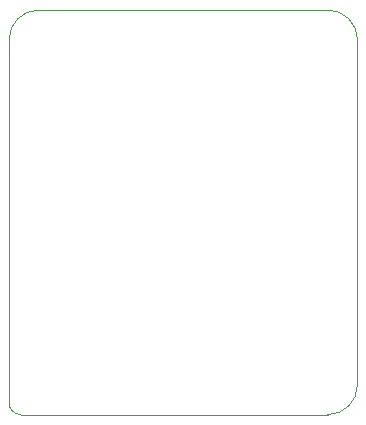
<source format=gbr>
%TF.GenerationSoftware,KiCad,Pcbnew,9.0.1*%
%TF.CreationDate,2025-04-25T01:04:06-07:00*%
%TF.ProjectId,microcouple,6d696372-6f63-46f7-9570-6c652e6b6963,rev?*%
%TF.SameCoordinates,Original*%
%TF.FileFunction,Profile,NP*%
%FSLAX46Y46*%
G04 Gerber Fmt 4.6, Leading zero omitted, Abs format (unit mm)*
G04 Created by KiCad (PCBNEW 9.0.1) date 2025-04-25 01:04:06*
%MOMM*%
%LPD*%
G01*
G04 APERTURE LIST*
%TA.AperFunction,Profile*%
%ADD10C,0.050000*%
%TD*%
G04 APERTURE END LIST*
D10*
X87150000Y-78850000D02*
G75*
G02*
X86150000Y-77850000I0J1000000D01*
G01*
X115650000Y-76350000D02*
X115650000Y-47100000D01*
X86150000Y-47100000D02*
G75*
G02*
X88650000Y-44600000I2500000J0D01*
G01*
X113150000Y-44600000D02*
G75*
G02*
X115650000Y-47100000I0J-2500000D01*
G01*
X115650000Y-76350000D02*
G75*
G02*
X113150000Y-78850000I-2500000J0D01*
G01*
X86150000Y-47100000D02*
X86150000Y-77850000D01*
X113150000Y-44600000D02*
X88650000Y-44600000D01*
X87150000Y-78850000D02*
X113150000Y-78850000D01*
M02*

</source>
